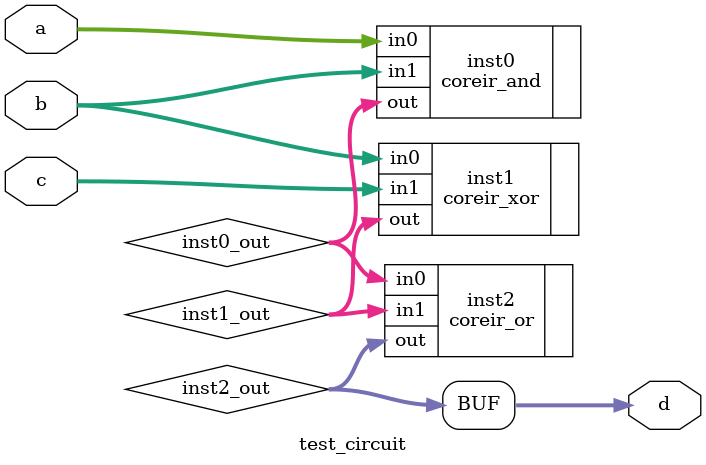
<source format=v>
module test_circuit (input [3:0] a, input [3:0] b, input [3:0] c, output [3:0] d);
wire [3:0] inst0_out;
wire [3:0] inst1_out;
wire [3:0] inst2_out;
coreir_and #(.WIDTH(4)) inst0 (.in0(a), .in1(b), .out(inst0_out));
coreir_xor #(.WIDTH(4)) inst1 (.in0(b), .in1(c), .out(inst1_out));
coreir_or #(.WIDTH(4)) inst2 (.in0(inst0_out), .in1(inst1_out), .out(inst2_out));
assign d = inst2_out;
endmodule


</source>
